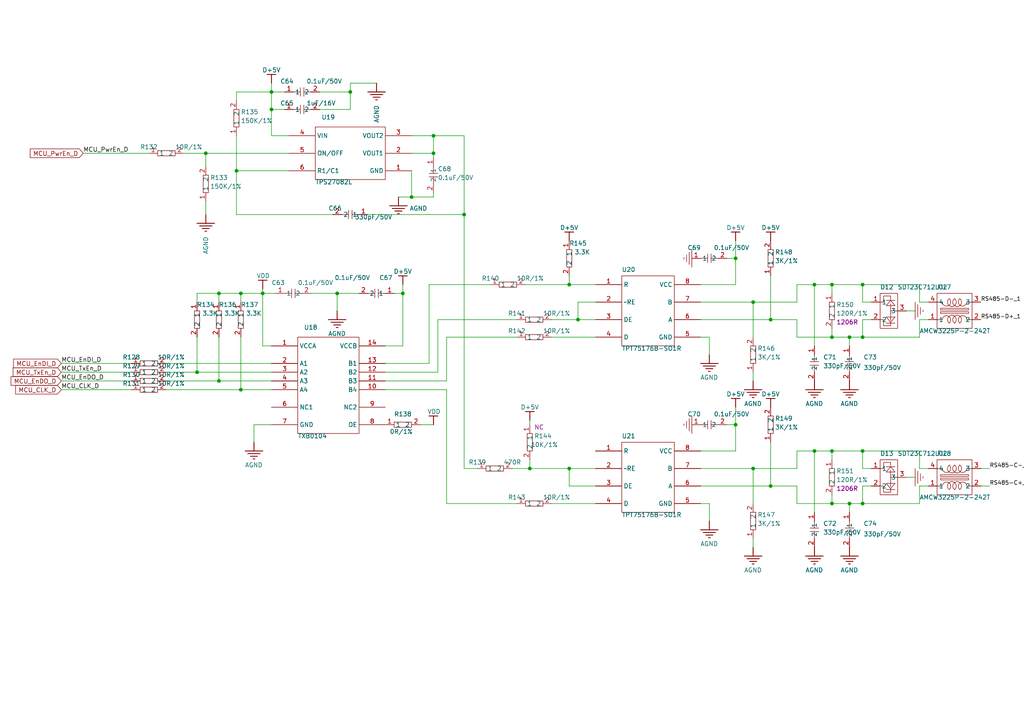
<source format=kicad_sch>
(kicad_sch (version 20231120) (generator "eeschema") (generator_version "8.0")
  (paper "A4")
  (junction (at 213.36 123.19))
  (junction (at 69.85 113.03))
  (junction (at 250.19 130.81))
  (junction (at 153.67 135.89))
  (junction (at 134.62 62.23))
  (junction (at 78.74 31.75))
  (junction (at 59.69 44.45))
  (junction (at 223.52 92.71))
  (junction (at 57.15 107.95))
  (junction (at 213.36 74.93))
  (junction (at 250.19 97.79))
  (junction (at 63.5 110.49))
  (junction (at 246.38 97.79))
  (junction (at 218.44 135.89))
  (junction (at 69.85 85.09))
  (junction (at 125.73 39.37))
  (junction (at 116.84 85.09))
  (junction (at 119.38 57.15))
  (junction (at 76.2 85.09))
  (junction (at 241.3 146.05))
  (junction (at 236.22 130.81))
  (junction (at 223.52 140.97))
  (junction (at 241.3 97.79))
  (junction (at 250.19 146.05))
  (junction (at 246.38 146.05))
  (junction (at 63.5 85.09))
  (junction (at 250.19 82.55))
  (junction (at 236.22 82.55))
  (junction (at 97.79 85.09))
  (junction (at 241.3 130.81))
  (junction (at 165.1 82.55))
  (junction (at 68.58 49.53))
  (junction (at 218.44 87.63))
  (junction (at 78.74 26.67))
  (junction (at 165.1 135.89))
  (junction (at 241.3 82.55))
  (junction (at 167.64 92.71))
  (junction (at 101.6 26.67))
  (junction (at 125.73 44.45))
  (wire (pts (xy 210.82 123.19) (xy 213.36 123.19)))
  (wire (pts (xy 57.15 107.95) (xy 48.26 107.95)))
  (wire (pts (xy 266.7 97.79) (xy 266.7 92.71)))
  (wire (pts (xy 250.19 146.05) (xy 266.7 146.05)))
  (wire (pts (xy 241.3 97.79) (xy 246.38 97.79)))
  (wire (pts (xy 152.4 82.55) (xy 165.1 82.55)))
  (wire (pts (xy 241.3 130.81) (xy 236.22 130.81)))
  (wire (pts (xy 129.54 146.05) (xy 129.54 113.03)))
  (wire (pts (xy 246.38 97.79) (xy 250.19 97.79)))
  (wire (pts (xy 284.48 135.89) (xy 287.02 135.89)))
  (wire (pts (xy 119.38 39.37) (xy 125.73 39.37)))
  (wire (pts (xy 252.73 87.63) (xy 250.19 87.63)))
  (wire (pts (xy 265.43 90.17) (xy 262.89 90.17)))
  (wire (pts (xy 104.14 85.09) (xy 97.79 85.09)))
  (wire (pts (xy 101.6 24.13) (xy 109.22 24.13)))
  (wire (pts (xy 160.02 97.79) (xy 172.72 97.79)))
  (wire (pts (xy 76.2 85.09) (xy 69.85 85.09)))
  (wire (pts (xy 241.3 97.79) (xy 231.14 97.79)))
  (wire (pts (xy 218.44 158.75) (xy 218.44 156.21)))
  (wire (pts (xy 76.2 85.09) (xy 76.2 83.82)))
  (wire (pts (xy 48.26 105.41) (xy 78.74 105.41)))
  (wire (pts (xy 213.36 82.55) (xy 203.2 82.55)))
  (wire (pts (xy 231.14 140.97) (xy 223.52 140.97)))
  (wire (pts (xy 167.64 92.71) (xy 167.64 87.63)))
  (wire (pts (xy 138.43 135.89) (xy 134.62 135.89)))
  (wire (pts (xy 241.3 82.55) (xy 241.3 85.09)))
  (wire (pts (xy 213.36 123.19) (xy 213.36 118.11)))
  (wire (pts (xy 125.73 44.45) (xy 125.73 45.72)))
  (wire (pts (xy 78.74 113.03) (xy 69.85 113.03)))
  (wire (pts (xy 236.22 82.55) (xy 236.22 100.33)))
  (wire (pts (xy 57.15 107.95) (xy 57.15 97.79)))
  (wire (pts (xy 17.78 110.49) (xy 38.1 110.49)))
  (wire (pts (xy 57.15 85.09) (xy 57.15 87.63)))
  (wire (pts (xy 231.14 87.63) (xy 231.14 82.55)))
  (wire (pts (xy 149.86 146.05) (xy 129.54 146.05)))
  (wire (pts (xy 231.14 135.89) (xy 231.14 130.81)))
  (wire (pts (xy 97.79 85.09) (xy 90.17 85.09)))
  (wire (pts (xy 153.67 133.35) (xy 153.67 135.89)))
  (wire (pts (xy 203.2 135.89) (xy 218.44 135.89)))
  (wire (pts (xy 24.13 44.45) (xy 43.18 44.45)))
  (wire (pts (xy 172.72 140.97) (xy 165.1 140.97)))
  (wire (pts (xy 213.36 74.93) (xy 213.36 82.55)))
  (wire (pts (xy 241.3 143.51) (xy 241.3 146.05)))
  (wire (pts (xy 172.72 82.55) (xy 165.1 82.55)))
  (wire (pts (xy 203.2 92.71) (xy 223.52 92.71)))
  (wire (pts (xy 82.55 31.75) (xy 78.74 31.75)))
  (wire (pts (xy 223.52 92.71) (xy 223.52 80.01)))
  (wire (pts (xy 231.14 130.81) (xy 236.22 130.81)))
  (wire (pts (xy 73.66 123.19) (xy 73.66 128.27)))
  (wire (pts (xy 69.85 87.63) (xy 69.85 85.09)))
  (wire (pts (xy 78.74 123.19) (xy 73.66 123.19)))
  (wire (pts (xy 153.67 135.89) (xy 165.1 135.89)))
  (wire (pts (xy 266.7 135.89) (xy 266.7 130.81)))
  (wire (pts (xy 246.38 148.59) (xy 246.38 146.05)))
  (wire (pts (xy 134.62 39.37) (xy 134.62 62.23)))
  (wire (pts (xy 218.44 135.89) (xy 231.14 135.89)))
  (wire (pts (xy 284.48 140.97) (xy 287.02 140.97)))
  (wire (pts (xy 218.44 135.89) (xy 218.44 146.05)))
  (wire (pts (xy 101.6 24.13) (xy 101.6 26.67)))
  (wire (pts (xy 213.36 123.19) (xy 213.36 130.81)))
  (wire (pts (xy 250.19 130.81) (xy 241.3 130.81)))
  (wire (pts (xy 97.79 90.17) (xy 97.79 85.09)))
  (wire (pts (xy 172.72 92.71) (xy 167.64 92.71)))
  (wire (pts (xy 96.52 62.23) (xy 68.58 62.23)))
  (wire (pts (xy 205.74 151.13) (xy 205.74 146.05)))
  (wire (pts (xy 76.2 100.33) (xy 76.2 85.09)))
  (wire (pts (xy 82.55 26.67) (xy 78.74 26.67)))
  (wire (pts (xy 59.69 44.45) (xy 83.82 44.45)))
  (wire (pts (xy 167.64 87.63) (xy 172.72 87.63)))
  (wire (pts (xy 269.24 87.63) (xy 266.7 87.63)))
  (wire (pts (xy 124.46 82.55) (xy 124.46 105.41)))
  (wire (pts (xy 266.7 82.55) (xy 250.19 82.55)))
  (wire (pts (xy 116.84 100.33) (xy 116.84 85.09)))
  (wire (pts (xy 266.7 130.81) (xy 250.19 130.81)))
  (wire (pts (xy 59.69 62.23) (xy 59.69 58.42)))
  (wire (pts (xy 127 92.71) (xy 127 107.95)))
  (wire (pts (xy 250.19 87.63) (xy 250.19 82.55)))
  (wire (pts (xy 218.44 97.79) (xy 218.44 87.63)))
  (wire (pts (xy 241.3 146.05) (xy 246.38 146.05)))
  (wire (pts (xy 78.74 26.67) (xy 78.74 24.13)))
  (wire (pts (xy 68.58 26.67) (xy 68.58 29.21)))
  (wire (pts (xy 250.19 140.97) (xy 250.19 146.05)))
  (wire (pts (xy 246.38 100.33) (xy 246.38 97.79)))
  (wire (pts (xy 165.1 135.89) (xy 172.72 135.89)))
  (wire (pts (xy 223.52 140.97) (xy 223.52 128.27)))
  (wire (pts (xy 129.54 97.79) (xy 129.54 110.49)))
  (wire (pts (xy 124.46 105.41) (xy 111.76 105.41)))
  (wire (pts (xy 250.19 97.79) (xy 266.7 97.79)))
  (wire (pts (xy 165.1 82.55) (xy 165.1 80.01)))
  (wire (pts (xy 134.62 135.89) (xy 134.62 62.23)))
  (wire (pts (xy 17.78 113.03) (xy 38.1 113.03)))
  (wire (pts (xy 119.38 57.15) (xy 125.73 57.15)))
  (wire (pts (xy 231.14 97.79) (xy 231.14 92.71)))
  (wire (pts (xy 269.24 135.89) (xy 266.7 135.89)))
  (wire (pts (xy 160.02 146.05) (xy 172.72 146.05)))
  (wire (pts (xy 83.82 49.53) (xy 68.58 49.53)))
  (wire (pts (xy 236.22 130.81) (xy 236.22 148.59)))
  (wire (pts (xy 92.71 31.75) (xy 101.6 31.75)))
  (wire (pts (xy 80.01 85.09) (xy 76.2 85.09)))
  (wire (pts (xy 116.84 85.09) (xy 114.3 85.09)))
  (wire (pts (xy 129.54 110.49) (xy 111.76 110.49)))
  (wire (pts (xy 68.58 49.53) (xy 68.58 39.37)))
  (wire (pts (xy 17.78 107.95) (xy 38.1 107.95)))
  (wire (pts (xy 231.14 82.55) (xy 236.22 82.55)))
  (wire (pts (xy 252.73 140.97) (xy 250.19 140.97)))
  (wire (pts (xy 213.36 130.81) (xy 203.2 130.81)))
  (wire (pts (xy 125.73 57.15) (xy 125.73 55.88)))
  (wire (pts (xy 59.69 44.45) (xy 53.34 44.45)))
  (wire (pts (xy 250.19 82.55) (xy 241.3 82.55)))
  (wire (pts (xy 69.85 113.03) (xy 48.26 113.03)))
  (wire (pts (xy 127 107.95) (xy 111.76 107.95)))
  (wire (pts (xy 69.85 113.03) (xy 69.85 97.79)))
  (wire (pts (xy 125.73 123.19) (xy 121.92 123.19)))
  (wire (pts (xy 241.3 146.05) (xy 231.14 146.05)))
  (wire (pts (xy 265.43 138.43) (xy 262.89 138.43)))
  (wire (pts (xy 78.74 107.95) (xy 57.15 107.95)))
  (wire (pts (xy 69.85 85.09) (xy 63.5 85.09)))
  (wire (pts (xy 101.6 31.75) (xy 101.6 26.67)))
  (wire (pts (xy 63.5 110.49) (xy 63.5 97.79)))
  (wire (pts (xy 101.6 26.67) (xy 92.71 26.67)))
  (wire (pts (xy 250.19 92.71) (xy 250.19 97.79)))
  (wire (pts (xy 78.74 31.75) (xy 78.74 26.67)))
  (wire (pts (xy 205.74 146.05) (xy 203.2 146.05)))
  (wire (pts (xy 250.19 135.89) (xy 250.19 130.81)))
  (wire (pts (xy 78.74 110.49) (xy 63.5 110.49)))
  (wire (pts (xy 149.86 97.79) (xy 129.54 97.79)))
  (wire (pts (xy 203.2 140.97) (xy 223.52 140.97)))
  (wire (pts (xy 68.58 62.23) (xy 68.58 49.53)))
  (wire (pts (xy 119.38 49.53) (xy 119.38 57.15)))
  (wire (pts (xy 252.73 92.71) (xy 250.19 92.71)))
  (wire (pts (xy 266.7 92.71) (xy 269.24 92.71)))
  (wire (pts (xy 149.86 92.71) (xy 127 92.71)))
  (wire (pts (xy 134.62 62.23) (xy 106.68 62.23)))
  (wire (pts (xy 142.24 82.55) (xy 124.46 82.55)))
  (wire (pts (xy 83.82 39.37) (xy 78.74 39.37)))
  (wire (pts (xy 241.3 95.25) (xy 241.3 97.79)))
  (wire (pts (xy 241.3 82.55) (xy 236.22 82.55)))
  (wire (pts (xy 78.74 39.37) (xy 78.74 31.75)))
  (wire (pts (xy 210.82 74.93) (xy 213.36 74.93)))
  (wire (pts (xy 125.73 44.45) (xy 119.38 44.45)))
  (wire (pts (xy 63.5 85.09) (xy 57.15 85.09)))
  (wire (pts (xy 111.76 100.33) (xy 116.84 100.33)))
  (wire (pts (xy 246.38 146.05) (xy 250.19 146.05)))
  (wire (pts (xy 218.44 87.63) (xy 203.2 87.63)))
  (wire (pts (xy 125.73 39.37) (xy 134.62 39.37)))
  (wire (pts (xy 17.78 105.41) (xy 38.1 105.41)))
  (wire (pts (xy 252.73 135.89) (xy 250.19 135.89)))
  (wire (pts (xy 125.73 39.37) (xy 125.73 44.45)))
  (wire (pts (xy 231.14 92.71) (xy 223.52 92.71)))
  (wire (pts (xy 218.44 110.49) (xy 218.44 107.95)))
  (wire (pts (xy 59.69 48.26) (xy 59.69 44.45)))
  (wire (pts (xy 63.5 110.49) (xy 48.26 110.49)))
  (wire (pts (xy 78.74 26.67) (xy 68.58 26.67)))
  (wire (pts (xy 218.44 87.63) (xy 231.14 87.63)))
  (wire (pts (xy 205.74 97.79) (xy 203.2 97.79)))
  (wire (pts (xy 231.14 146.05) (xy 231.14 140.97)))
  (wire (pts (xy 63.5 87.63) (xy 63.5 85.09)))
  (wire (pts (xy 165.1 140.97) (xy 165.1 135.89)))
  (wire (pts (xy 266.7 140.97) (xy 269.24 140.97)))
  (wire (pts (xy 160.02 92.71) (xy 167.64 92.71)))
  (wire (pts (xy 153.67 121.92) (xy 153.67 123.19)))
  (wire (pts (xy 266.7 146.05) (xy 266.7 140.97)))
  (wire (pts (xy 78.74 100.33) (xy 76.2 100.33)))
  (wire (pts (xy 213.36 74.93) (xy 213.36 69.85)))
  (wire (pts (xy 266.7 87.63) (xy 266.7 82.55)))
  (wire (pts (xy 241.3 130.81) (xy 241.3 133.35)))
  (wire (pts (xy 115.57 57.15) (xy 119.38 57.15)))
  (wire (pts (xy 116.84 82.55) (xy 116.84 85.09)))
  (wire (pts (xy 153.67 135.89) (xy 148.59 135.89)))
  (wire (pts (xy 129.54 113.03) (xy 111.76 113.03)))
  (wire (pts (xy 205.74 102.87) (xy 205.74 97.79)))
  (label "RS485-C-_1" (at 287.02 135.89 0) (effects (font (size 1.143 1.143))))
  (label "MCU_EnDI_D" (at 17.78 105.41 0))
  (label "RS485-C+_1" (at 287.02 140.97 0) (effects (font (size 1.143 1.143))))
  (label "MCU_PwrEn_D" (at 24.13 44.45 0))
  (label "MCU_CLK_D" (at 17.78 113.03 0))
  (label "MCU_EnDO_D" (at 17.78 110.49 0))
  (label "RS485-D-_1" (at 284.48 87.63 0) (effects (font (size 1.143 1.143))))
  (label "RS485-D+_1" (at 284.48 92.71 0) (effects (font (size 1.143 1.143))))
  (label "MCU_TxEn_D" (at 17.78 107.95 0))
  (global_label "MCU_EnDO_D" (shape input) (at 17.78 110.49 180) (property "Intersheetrefs" "${INTERSHEET_REFS}" (effects (hide yes))))
  (global_label "MCU_PwrEn_D" (shape input) (at 24.13 44.45 180) (property "Intersheetrefs" "${INTERSHEET_REFS}" (effects (hide yes))))
  (global_label "MCU_EnDI_D" (shape input) (at 17.78 105.41 180) (property "Intersheetrefs" "${INTERSHEET_REFS}" (effects (hide yes))))
  (global_label "MCU_TxEn_D" (shape input) (at 17.78 107.95 180) (property "Intersheetrefs" "${INTERSHEET_REFS}" (effects (hide yes))))
  (global_label "MCU_CLK_D" (shape input) (at 17.78 113.03 180) (property "Intersheetrefs" "${INTERSHEET_REFS}" (effects (hide yes))))
  (symbol (lib_id "ProPrj_bte-easyedapro:RES") (at 40.64 107.95 0) (unit 1)
    (property "Reference" "R130" (at 35.56 107.95 0) (effects (justify left top)))
    (property "Value" "10R/1%" (at 45.72 107.95 0) (effects (justify left top)))
    (property "Footprint" "ProPrj_bte-easyedapro:" (effects (hide yes)))
    (property "Automotive" "非车规" (effects (hide yes)))
    (property "Datasheet Link" "\\\\10.192.7.10\\Dianqu-CIS\\DATASHEET-New\\电阻\\YAGEO_RC_规格书.pdf" (effects (hide yes)))
    (property "EBOM Description" "电阻-10R-±1%-1/10W-(-55~155℃)-0603" (effects (hide yes)))
    (property "Height" "0.55" (effects (hide yes)))
    (property "ID" "269" (effects (hide yes)))
    (property "Implementation Type" "<none>" (effects (hide yes)))
    (property "New Part Number" "3.2.03.01.00274" (effects (hide yes)))
    (property "Origin Footprint" "0603R" (effects (hide yes)))
    (property "PCB Footprint" "0603R" (effects (hide yes)))
    (property "Part State" "已认定" (effects (hide yes)))
    (property "Part Type" "普通电阻" (effects (hide yes)))
    (property "Power Pins Visible" "False" (effects (hide yes)))
    (property "Primitive" "DEFAULT" (effects (hide yes)))
    (property "Source Package" "RES" (effects (hide yes)))
    (property "priority" "H" (effects (hide yes)))
    (property "purpose" "通用" (effects (hide yes)))
    (property "制造商名称" "MC000003_国巨（YAGEO）" (effects (hide yes)))
  )
  (symbol (lib_id "ProPrj_bte-easyedapro:Diode-BAW56-SOT23") (at 260.35 85.09 270) (unit 1)
    (property "Reference" "D12" (at 255.27 82.55 90) (effects (justify left top)))
    (property "Value" "SDT23C712L02" (at 260.35 82.55 90) (effects (justify left top)))
    (property "Footprint" "ProPrj_bte-easyedapro:" (effects (hide yes)))
    (property "Implementation Type" "<none>" (effects (hide yes)))
    (property "New Part Number" "3.2.13.08.00117" (effects (hide yes)))
    (property "Origin Footprint" "sot23" (effects (hide yes)))
    (property "PCB Footprint" "sot23" (effects (hide yes)))
    (property "Power Pins Visible" "False" (effects (hide yes)))
    (property "Primitive" "DEFAULT" (effects (hide yes)))
    (property "Source Package" "Diode-BAW56-SOT23" (effects (hide yes)))
  )
  (symbol (lib_id "ProPrj_bte-easyedapro:RES") (at 220.98 77.47 90) (unit 1)
    (property "Reference" "R148" (at 224.79 72.39 90) (effects (justify right bottom)))
    (property "Value" "3K/1%" (at 224.79 74.93 90) (effects (justify right bottom)))
    (property "Footprint" "ProPrj_bte-easyedapro:" (effects (hide yes)))
    (property "Automotive" "AEC-Q200" (effects (hide yes)))
    (property "Datasheet Link" "\\\\10.192.7.10\\Dianqu-CIS\\DATASHEET-New\\电阻\\YAGEO_AC_规格书.pdf" (effects (hide yes)))
    (property "EBOM Description" "电阻-3K-±1%-1/10W-(-55~155℃)-车规-0603" (effects (hide yes)))
    (property "Height" "0.55" (effects (hide yes)))
    (property "ID" "465" (effects (hide yes)))
    (property "Implementation Type" "<none>" (effects (hide yes)))
    (property "New Part Number" "3.2.03.01.00477" (effects (hide yes)))
    (property "Origin Footprint" "0603R" (effects (hide yes)))
    (property "PCB Footprint" "0603R" (effects (hide yes)))
    (property "Part State" "未认定" (effects (hide yes)))
    (property "Part Type" "普通电阻" (effects (hide yes)))
    (property "Power Pins Visible" "False" (effects (hide yes)))
    (property "Primitive" "DEFAULT" (effects (hide yes)))
    (property "Source Package" "RES" (effects (hide yes)))
    (property "priority" "H" (effects (hide yes)))
    (property "purpose" "通用" (effects (hide yes)))
    (property "制造商名称" "MC000003_国巨（YAGEO）" (effects (hide yes)))
  )
  (symbol (lib_id "ProPrj_bte-easyedapro:CAP") (at 238.76 107.95 180) (unit 1)
    (property "Reference" "C71" (at 238.76 102.87 0) (effects (justify right bottom)))
    (property "Value" "330pF/50V" (at 238.76 105.41 0) (effects (justify right bottom)))
    (property "Footprint" "ProPrj_bte-easyedapro:" (effects (hide yes)))
    (property "Automotive" "AEC-Q200" (effects (hide yes)))
    (property "Datasheet Link" "\\\\10.192.7.10\\Dianqu-CIS\\DATASHEET-New\\电容\\KEMET_MLCC_规格书.PDF" (effects (hide yes)))
    (property "EBOM Description" "瓷片电容-330pF-±10%-50V-X7R-(-55~125℃)-车规-0603" (effects (hide yes)))
    (property "Height" "0.87" (effects (hide yes)))
    (property "ID" "146" (effects (hide yes)))
    (property "Implementation Type" "<none>" (effects (hide yes)))
    (property "New Part Number" "3.2.04.05.00143" (effects (hide yes)))
    (property "Origin Footprint" "0603C" (effects (hide yes)))
    (property "PCB Footprint" "0603C" (effects (hide yes)))
    (property "Part State" "已认定" (effects (hide yes)))
    (property "Part Type" "瓷片电容" (effects (hide yes)))
    (property "Power Pins Visible" "False" (effects (hide yes)))
    (property "Primitive" "DEFAULT" (effects (hide yes)))
    (property "Source Package" "CAP" (effects (hide yes)))
    (property "priority" "L" (effects (hide yes)))
    (property "purpose" "通用" (effects (hide yes)))
    (property "制造商名称" "MC000042_基美（KEMET）" (effects (hide yes)))
  )
  (symbol (lib_id "ProPrj_bte-easyedapro:RES") (at 72.39 90.17 270) (unit 1)
    (property "Reference" "R137" (at 69.85 87.63 90) (effects (justify left top)))
    (property "Value" "3.3K" (at 71.374 90.17 90) (effects (justify left top)))
    (property "Footprint" "ProPrj_bte-easyedapro:" (effects (hide yes)))
    (property "Automotive" "AEC-Q200" (effects (hide yes)))
    (property "Datasheet Link" "\\\\10.192.7.10\\Dianqu-CIS\\DATASHEET-New\\电阻\\YAGEO_AC_规格书.pdf" (effects (hide yes)))
    (property "EBOM Description" "电阻-3.3K-±5%-1/10W-(-55~155℃)-车规-0603" (effects (hide yes)))
    (property "Height" "0.55" (effects (hide yes)))
    (property "ID" "397" (effects (hide yes)))
    (property "Implementation Type" "<none>" (effects (hide yes)))
    (property "New Part Number" "3.2.03.01.00406" (effects (hide yes)))
    (property "Origin Footprint" "0603R" (effects (hide yes)))
    (property "PCB Footprint" "0603R" (effects (hide yes)))
    (property "Part State" "已认定" (effects (hide yes)))
    (property "Part Type" "普通电阻" (effects (hide yes)))
    (property "Power Pins Visible" "False" (effects (hide yes)))
    (property "Primitive" "DEFAULT" (effects (hide yes)))
    (property "Source Package" "RES" (effects (hide yes)))
    (property "priority" "H" (effects (hide yes)))
    (property "purpose" "通用" (effects (hide yes)))
    (property "制造商名称" "MC000003_国巨（YAGEO）" (effects (hide yes)))
  )
  (symbol (lib_id "ProPrj_bte-easyedapro:RES") (at 66.04 36.83 90) (unit 1)
    (property "Reference" "R135" (at 69.85 31.75 90) (effects (justify right bottom)))
    (property "Value" "150K/1%" (at 69.85 34.29 90) (effects (justify right bottom)))
    (property "Footprint" "ProPrj_bte-easyedapro:" (effects (hide yes)))
    (property "Automotive" "AEC-Q200" (effects (hide yes)))
    (property "Datasheet Link" "\\\\10.192.7.10\\Dianqu-CIS\\DATASHEET-New\\电阻\\YAGEO_AC_规格书.pdf" (effects (hide yes)))
    (property "EBOM Description" "电阻-150k-±1%-1/10W-(-55~155℃)-车规-0603" (effects (hide yes)))
    (property "Height" "0.55" (effects (hide yes)))
    (property "ID" "349" (effects (hide yes)))
    (property "Implementation Type" "<none>" (effects (hide yes)))
    (property "New Part Number" "3.2.03.01.00356" (effects (hide yes)))
    (property "Origin Footprint" "0603R" (effects (hide yes)))
    (property "PCB Footprint" "0603R" (effects (hide yes)))
    (property "Part State" "已认定" (effects (hide yes)))
    (property "Part Type" "普通电阻" (effects (hide yes)))
    (property "Power Pins Visible" "False" (effects (hide yes)))
    (property "Primitive" "DEFAULT" (effects (hide yes)))
    (property "Source Package" "RES" (effects (hide yes)))
    (property "priority" "H" (effects (hide yes)))
    (property "purpose" "通用" (effects (hide yes)))
    (property "制造商名称" "MC000003_国巨（YAGEO）" (effects (hide yes)))
  )
  (symbol (lib_id "sheet1-altium-import:AGND") (at 246.38 110.49 0) (unit 1)
    (property "Reference" "#PWR0272" (effects (hide yes)))
    (property "Value" "AGND" (at 248.92 117.094 0) (effects (justify right)))
  )
  (symbol (lib_id "sheet1-altium-import:AGND") (at 73.66 128.27 0) (unit 1)
    (property "Reference" "#PWR0237" (effects (hide yes)))
    (property "Value" "AGND" (at 76.2 134.874 0) (effects (justify right)))
  )
  (symbol (lib_id "ProPrj_bte-easyedapro:CAP") (at 238.76 156.21 180) (unit 1)
    (property "Reference" "C72" (at 238.76 151.13 0) (effects (justify right bottom)))
    (property "Value" "330pF/50V" (at 238.76 153.67 0) (effects (justify right bottom)))
    (property "Footprint" "ProPrj_bte-easyedapro:" (effects (hide yes)))
    (property "Automotive" "AEC-Q200" (effects (hide yes)))
    (property "Datasheet Link" "\\\\10.192.7.10\\Dianqu-CIS\\DATASHEET-New\\电容\\KEMET_MLCC_规格书.PDF" (effects (hide yes)))
    (property "EBOM Description" "瓷片电容-330pF-±10%-50V-X7R-(-55~125℃)-车规-0603" (effects (hide yes)))
    (property "Height" "0.87" (effects (hide yes)))
    (property "ID" "146" (effects (hide yes)))
    (property "Implementation Type" "<none>" (effects (hide yes)))
    (property "New Part Number" "3.2.04.05.00143" (effects (hide yes)))
    (property "Origin Footprint" "0603C" (effects (hide yes)))
    (property "PCB Footprint" "0603C" (effects (hide yes)))
    (property "Part State" "已认定" (effects (hide yes)))
    (property "Part Type" "瓷片电容" (effects (hide yes)))
    (property "Power Pins Visible" "False" (effects (hide yes)))
    (property "Primitive" "DEFAULT" (effects (hide yes)))
    (property "Source Package" "CAP" (effects (hide yes)))
    (property "priority" "L" (effects (hide yes)))
    (property "purpose" "通用" (effects (hide yes)))
    (property "制造商名称" "MC000042_基美（KEMET）" (effects (hide yes)))
  )
  (symbol (lib_id "ProPrj_bte-easyedapro:RES") (at 40.64 105.41 0) (unit 1)
    (property "Reference" "R129" (at 35.56 105.41 0) (effects (justify left top)))
    (property "Value" "10R/1%" (at 45.72 105.41 0) (effects (justify left top)))
    (property "Footprint" "ProPrj_bte-easyedapro:" (effects (hide yes)))
    (property "Automotive" "非车规" (effects (hide yes)))
    (property "Datasheet Link" "\\\\10.192.7.10\\Dianqu-CIS\\DATASHEET-New\\电阻\\YAGEO_RC_规格书.pdf" (effects (hide yes)))
    (property "EBOM Description" "电阻-10R-±1%-1/10W-(-55~155℃)-0603" (effects (hide yes)))
    (property "Height" "0.55" (effects (hide yes)))
    (property "ID" "269" (effects (hide yes)))
    (property "Implementation Type" "<none>" (effects (hide yes)))
    (property "New Part Number" "3.2.03.01.00274" (effects (hide yes)))
    (property "Origin Footprint" "0603R" (effects (hide yes)))
    (property "PCB Footprint" "0603R" (effects (hide yes)))
    (property "Part State" "已认定" (effects (hide yes)))
    (property "Part Type" "普通电阻" (effects (hide yes)))
    (property "Power Pins Visible" "False" (effects (hide yes)))
    (property "Primitive" "DEFAULT" (effects (hide yes)))
    (property "Source Package" "RES" (effects (hide yes)))
    (property "priority" "H" (effects (hide yes)))
    (property "purpose" "通用" (effects (hide yes)))
    (property "制造商名称" "MC000003_国巨（YAGEO）" (effects (hide yes)))
  )
  (symbol (lib_id "ProPrj_bte-easyedapro:CAP") (at 90.17 24.13 270) (unit 1)
    (property "Reference" "C64" (at 81.28 22.86 90) (effects (justify left top)))
    (property "Value" "0.1uF/50V" (at 88.9 22.86 90) (effects (justify left top)))
    (property "Footprint" "ProPrj_bte-easyedapro:" (effects (hide yes)))
    (property "Automotive" "AEC-Q200" (effects (hide yes)))
    (property "Datasheet Link" "\\\\10.192.7.10\\Dianqu-CIS\\DATASHEET-New\\电容\\KEMET_MLCC_规格书.PDF" (effects (hide yes)))
    (property "EBOM Description" "瓷片电容-0.1uF-±10%-50V-X7R-(-55~125℃)-车规-0603" (effects (hide yes)))
    (property "Height" "0.87" (effects (hide yes)))
    (property "ID" "135" (effects (hide yes)))
    (property "Implementation Type" "<none>" (effects (hide yes)))
    (property "New Part Number" "3.2.04.05.00132" (effects (hide yes)))
    (property "Origin Footprint" "0603C" (effects (hide yes)))
    (property "PCB Footprint" "0603C" (effects (hide yes)))
    (property "Part State" "已认定" (effects (hide yes)))
    (property "Part Type" "瓷片电容" (effects (hide yes)))
    (property "Power Pins Visible" "False" (effects (hide yes)))
    (property "Primitive" "DEFAULT" (effects (hide yes)))
    (property "Source Package" "CAP" (effects (hide yes)))
    (property "priority" "H" (effects (hide yes)))
    (property "purpose" "通用" (effects (hide yes)))
    (property "制造商名称" "MC000042_基美（KEMET）" (effects (hide yes)))
  )
  (symbol (lib_id "ProPrj_bte-easyedapro:RES") (at 114.3 120.65 0) (unit 1)
    (property "Reference" "R138" (at 114.3 119.38 0) (effects (justify left top)))
    (property "Value" "0R/1%" (at 113.03 124.46 0) (effects (justify left top)))
    (property "Footprint" "ProPrj_bte-easyedapro:" (effects (hide yes)))
    (property "Automotive" "AEC-Q200" (effects (hide yes)))
    (property "Datasheet Link" "\\\\10.192.7.10\\Dianqu-CIS\\DATASHEET-New\\电阻\\YAGEO_AC_规格书.pdf" (effects (hide yes)))
    (property "EBOM Description" "电阻-0R-±1%-1/10W-(-55~155℃)-车规-0603" (effects (hide yes)))
    (property "Height" "0.55" (effects (hide yes)))
    (property "ID" "245" (effects (hide yes)))
    (property "Implementation Type" "<none>" (effects (hide yes)))
    (property "New Part Number" "3.2.03.01.00250" (effects (hide yes)))
    (property "Origin Footprint" "0603R" (effects (hide yes)))
    (property "PCB Footprint" "0603R" (effects (hide yes)))
    (property "Part State" "已认定" (effects (hide yes)))
    (property "Part Type" "普通电阻" (effects (hide yes)))
    (property "Power Pins Visible" "False" (effects (hide yes)))
    (property "Primitive" "DEFAULT" (effects (hide yes)))
    (property "Source Package" "RES" (effects (hide yes)))
    (property "priority" "H" (effects (hide yes)))
    (property "purpose" "通用" (effects (hide yes)))
    (property "制造商名称" "MC000003_国巨（YAGEO）" (effects (hide yes)))
  )
  (symbol (lib_id "ProPrj_bte-easyedapro:RES") (at 140.97 133.35 0) (unit 1)
    (property "Reference" "R139" (at 135.89 133.35 0) (effects (justify left top)))
    (property "Value" "470R" (at 146.05 133.35 0) (effects (justify left top)))
    (property "Footprint" "ProPrj_bte-easyedapro:" (effects (hide yes)))
    (property "Automotive" "AEC-Q200" (effects (hide yes)))
    (property "Datasheet Link" "\\\\10.192.7.10\\Dianqu-CIS\\DATASHEET-New\\电阻\\YAGEO_AC_规格书.pdf" (effects (hide yes)))
    (property "EBOM Description" "电阻-470R-±5%-1/10W-(-55~155℃)-车规-0603" (effects (hide yes)))
    (property "Height" "0.55" (effects (hide yes)))
    (property "ID" "398" (effects (hide yes)))
    (property "Implementation Type" "<none>" (effects (hide yes)))
    (property "New Part Number" "3.2.03.01.00407" (effects (hide yes)))
    (property "Origin Footprint" "0603R" (effects (hide yes)))
    (property "PCB Footprint" "0603R" (effects (hide yes)))
    (property "Part State" "已认定" (effects (hide yes)))
    (property "Part Type" "普通电阻" (effects (hide yes)))
    (property "Power Pins Visible" "False" (effects (hide yes)))
    (property "Primitive" "DEFAULT" (effects (hide yes)))
    (property "Source Package" "RES" (effects (hide yes)))
    (property "priority" "H" (effects (hide yes)))
    (property "purpose" "通用" (effects (hide yes)))
    (property "制造商名称" "MC000003_国巨（YAGEO）" (effects (hide yes)))
  )
  (symbol (lib_id "ProPrj_bte-easyedapro:GND") (at 265.43 90.17 90) (mirror x) (unit 1)
    (property "Reference" "#PWR0274" (effects (hide yes)))
    (property "Value" "GND" (effects (hide yes)))
    (property "Footprint" "ProPrj_bte-easyedapro:" (effects (hide yes)))
  )
  (symbol (lib_id "ProPrj_bte-easyedapro:RES") (at 220.98 125.73 90) (unit 1)
    (property "Reference" "R149" (at 224.79 120.65 90) (effects (justify right bottom)))
    (property "Value" "3K/1%" (at 224.79 123.19 90) (effects (justify right bottom)))
    (property "Footprint" "ProPrj_bte-easyedapro:" (effects (hide yes)))
    (property "Automotive" "AEC-Q200" (effects (hide yes)))
    (property "Datasheet Link" "\\\\10.192.7.10\\Dianqu-CIS\\DATASHEET-New\\电阻\\YAGEO_AC_规格书.pdf" (effects (hide yes)))
    (property "EBOM Description" "电阻-3K-±1%-1/10W-(-55~155℃)-车规-0603" (effects (hide yes)))
    (property "Height" "0.55" (effects (hide yes)))
    (property "ID" "465" (effects (hide yes)))
    (property "Implementation Type" "<none>" (effects (hide yes)))
    (property "New Part Number" "3.2.03.01.00477" (effects (hide yes)))
    (property "Origin Footprint" "0603R" (effects (hide yes)))
    (property "PCB Footprint" "0603R" (effects (hide yes)))
    (property "Part State" "未认定" (effects (hide yes)))
    (property "Part Type" "普通电阻" (effects (hide yes)))
    (property "Power Pins Visible" "False" (effects (hide yes)))
    (property "Primitive" "DEFAULT" (effects (hide yes)))
    (property "Source Package" "RES" (effects (hide yes)))
    (property "priority" "H" (effects (hide yes)))
    (property "purpose" "通用" (effects (hide yes)))
    (property "制造商名称" "MC000003_国巨（YAGEO）" (effects (hide yes)))
  )
  (symbol (lib_id "ProPrj_bte-easyedapro:RES") (at 243.84 87.63 270) (unit 1)
    (property "Reference" "R150" (at 242.57 87.63 90) (effects (justify left top)))
    (property "Value" "120R/1%" (at 242.57 90.17 90) (effects (justify left top)))
    (property "Footprint" "ProPrj_bte-easyedapro:" (effects (hide yes)))
    (property "Automotive" "AEC-Q200" (effects (hide yes)))
    (property "Height" "1" (effects (hide yes)))
    (property "Implementation Type" "<none>" (effects (hide yes)))
    (property "New Part Number" "3.2.03.01.00591" (effects (hide yes)))
    (property "Origin Footprint" "1206R" (at 242.57 92.71 90) (effects (justify left top)))
    (property "PCB Footprint" "1206R" (at 242.57 92.71 90) (effects (justify left top)))
    (property "Part State" "已认定" (effects (hide yes)))
    (property "Part Type" "普通电阻" (effects (hide yes)))
    (property "Power Pins Visible" "False" (effects (hide yes)))
    (property "Primitive" "DEFAULT" (effects (hide yes)))
    (property "Source Package" "RES" (effects (hide yes)))
    (property "priority" "L" (effects (hide yes)))
    (property "purpose" "通用" (effects (hide yes)))
    (property "制造商名称" "MC000003_国巨（YAGEO）" (effects (hide yes)))
  )
  (symbol (lib_id "sheet1-altium-import:D+5V") (at 223.52 118.11 180) (unit 1)
    (property "Reference" "#PWR0269" (effects (hide yes)))
    (property "Value" "D+5V" (at 223.52 114.3 0))
  )
  (symbol (lib_id "ProPrj_bte-easyedapro:RES") (at 45.72 41.91 0) (unit 1)
    (property "Reference" "R132" (at 40.64 41.91 0) (effects (justify left top)))
    (property "Value" "10R/1%" (at 50.8 41.91 0) (effects (justify left top)))
    (property "Footprint" "ProPrj_bte-easyedapro:" (effects (hide yes)))
    (property "Automotive" "非车规" (effects (hide yes)))
    (property "Datasheet Link" "\\\\10.192.7.10\\Dianqu-CIS\\DATASHEET-New\\电阻\\YAGEO_RC_规格书.pdf" (effects (hide yes)))
    (property "EBOM Description" "电阻-10R-±1%-1/10W-(-55~155℃)-0603" (effects (hide yes)))
    (property "Height" "0.55" (effects (hide yes)))
    (property "ID" "269" (effects (hide yes)))
    (property "Implementation Type" "<none>" (effects (hide yes)))
    (property "New Part Number" "3.2.03.01.00274" (effects (hide yes)))
    (property "Origin Footprint" "0603R" (effects (hide yes)))
    (property "PCB Footprint" "0603R" (effects (hide yes)))
    (property "Part State" "已认定" (effects (hide yes)))
    (property "Part Type" "普通电阻" (effects (hide yes)))
    (property "Power Pins Visible" "False" (effects (hide yes)))
    (property "Primitive" "DEFAULT" (effects (hide yes)))
    (property "Source Package" "RES" (effects (hide yes)))
    (property "priority" "H" (effects (hide yes)))
    (property "purpose" "通用" (effects (hide yes)))
    (property "制造商名称" "MC000003_国巨（YAGEO）" (effects (hide yes)))
  )
  (symbol (lib_id "ProPrj_bte-easyedapro:TPT75176B-SO1R") (at 180.34 128.27 0) (unit 1)
    (property "Reference" "U21" (at 180.34 125.73 0) (effects (justify left top)))
    (property "Value" "TPT75176B-SO1R" (at 180.34 148.59 0) (effects (justify left top)))
    (property "Footprint" "ProPrj_bte-easyedapro:" (effects (hide yes)))
    (property "Implementation Type" "<none>" (effects (hide yes)))
    (property "New Part Number" "3.2.18.09.00037" (effects (hide yes)))
    (property "Origin Footprint" "sop8-4_0-1_27" (effects (hide yes)))
    (property "PCB Footprint" "sop8-4_0-1_27" (effects (hide yes)))
    (property "Power Pins Visible" "False" (effects (hide yes)))
    (property "Primitive" "DEFAULT" (effects (hide yes)))
    (property "Source Package" "TPT75176B-SO1R" (effects (hide yes)))
  )
  (symbol (lib_id "ProPrj_bte-easyedapro:CAP") (at 128.27 53.34 180) (unit 1)
    (property "Reference" "C68" (at 127 48.26 0) (effects (justify right bottom)))
    (property "Value" "0.1uF/50V" (at 127 50.8 0) (effects (justify right bottom)))
    (property "Footprint" "ProPrj_bte-easyedapro:" (effects (hide yes)))
    (property "Automotive" "AEC-Q200" (effects (hide yes)))
    (property "Datasheet Link" "\\\\10.192.7.10\\Dianqu-CIS\\DATASHEET-New\\电容\\KEMET_MLCC_规格书.PDF" (effects (hide yes)))
    (property "EBOM Description" "瓷片电容-0.1uF-±10%-50V-X7R-(-55~125℃)-车规-0603" (effects (hide yes)))
    (property "Height" "0.87" (effects (hide yes)))
    (property "ID" "135" (effects (hide yes)))
    (property "Implementation Type" "<none>" (effects (hide yes)))
    (property "New Part Number" "3.2.04.05.00132" (effects (hide yes)))
    (property "Origin Footprint" "0603C" (effects (hide yes)))
    (property "PCB Footprint" "0603C" (effects (hide yes)))
    (property "Part State" "已认定" (effects (hide yes)))
    (property "Part Type" "瓷片电容" (effects (hide yes)))
    (property "Power Pins Visible" "False" (effects (hide yes)))
    (property "Primitive" "DEFAULT" (effects (hide yes)))
    (property "Source Package" "CAP" (effects (hide yes)))
    (property "priority" "H" (effects (hide yes)))
    (property "purpose" "通用" (effects (hide yes)))
    (property "制造商名称" "MC000042_基美（KEMET）" (effects (hide yes)))
  )
  (symbol (lib_id "ProPrj_bte-easyedapro:RES") (at 215.9 153.67 90) (unit 1)
    (property "Reference" "R147" (at 219.71 148.59 90) (effects (justify right bottom)))
    (property "Value" "3K/1%" (at 219.71 151.13 90) (effects (justify right bottom)))
    (property "Footprint" "ProPrj_bte-easyedapro:" (effects (hide yes)))
    (property "Automotive" "AEC-Q200" (effects (hide yes)))
    (property "Datasheet Link" "\\\\10.192.7.10\\Dianqu-CIS\\DATASHEET-New\\电阻\\YAGEO_AC_规格书.pdf" (effects (hide yes)))
    (property "EBOM Description" "电阻-3K-±1%-1/10W-(-55~155℃)-车规-0603" (effects (hide yes)))
    (property "Height" "0.55" (effects (hide yes)))
    (property "ID" "465" (effects (hide yes)))
    (property "Implementation Type" "<none>" (effects (hide yes)))
    (property "New Part Number" "3.2.03.01.00477" (effects (hide yes)))
    (property "Origin Footprint" "0603R" (effects (hide yes)))
    (property "PCB Footprint" "0603R" (effects (hide yes)))
    (property "Part State" "未认定" (effects (hide yes)))
    (property "Part Type" "普通电阻" (effects (hide yes)))
    (property "Power Pins Visible" "False" (effects (hide yes)))
    (property "Primitive" "DEFAULT" (effects (hide yes)))
    (property "Source Package" "RES" (effects (hide yes)))
    (property "priority" "H" (effects (hide yes)))
    (property "purpose" "通用" (effects (hide yes)))
    (property "制造商名称" "MC000003_国巨（YAGEO）" (effects (hide yes)))
  )
  (symbol (lib_id "ProPrj_bte-easyedapro:RES") (at 156.21 125.73 270) (unit 1)
    (property "Reference" "R144" (at 154.94 125.73 90) (effects (justify left top)))
    (property "Value" "10K/1%" (at 153.924 128.27 90) (effects (justify left top)))
    (property "Footprint" "ProPrj_bte-easyedapro:" (effects (hide yes)))
    (property "Assembly" "NC" (at 154.94 123.19 90) (effects (justify left top)))
    (property "Automotive" "AEC-Q200" (effects (hide yes)))
    (property "Datasheet Link" "\\\\10.30.16.21\\D-UserFiles\\Cadence-share\\CIS_LP\\DATASHEET-New\\电阻\\YAGEO_AC_规格书.pdf" (effects (hide yes)))
    (property "EBOM Description" "电阻-10K-±1%-1/10W-(-55~155℃)-车规-0603" (effects (hide yes)))
    (property "Height" "0.55" (effects (hide yes)))
    (property "Implementation Type" "<none>" (effects (hide yes)))
    (property "New Part Number" "3.2.03.01.00334" (effects (hide yes)))
    (property "Origin Footprint" "0603R" (effects (hide yes)))
    (property "PCB Footprint" "0603R" (effects (hide yes)))
    (property "Part State" "已认定" (effects (hide yes)))
    (property "Part Type" "普通电阻" (effects (hide yes)))
    (property "Power Pins Visible" "False" (effects (hide yes)))
    (property "Primitive" "DEFAULT" (effects (hide yes)))
    (property "Source Package" "RES" (effects (hide yes)))
    (property "priority" "H" (effects (hide yes)))
    (property "purpose" "通用" (effects (hide yes)))
    (property "制造商名称" "MC000003_国巨（YAGEO）" (effects (hide yes)))
  )
  (symbol (lib_id "sheet1-altium-import:AGND") (at 109.22 24.13 0) (unit 1)
    (property "Reference" "#PWR0241" (effects (hide yes)))
    (property "Value" "AGND" (at 109.22 30.48 90) (effects (justify right)))
  )
  (symbol (lib_id "ProPrj_bte-easyedapro:CAP") (at 208.28 72.39 270) (unit 1)
    (property "Reference" "C69" (at 199.39 71.12 90) (effects (justify left top)))
    (property "Value" "0.1uF/50V" (at 207.01 71.12 90) (effects (justify left top)))
    (property "Footprint" "ProPrj_bte-easyedapro:" (effects (hide yes)))
    (property "Automotive" "AEC-Q200" (effects (hide yes)))
    (property "Datasheet Link" "\\\\10.192.7.10\\Dianqu-CIS\\DATASHEET-New\\电容\\KEMET_MLCC_规格书.PDF" (effects (hide yes)))
    (property "EBOM Description" "瓷片电容-0.1uF-±10%-50V-X7R-(-55~125℃)-车规-0603" (effects (hide yes)))
    (property "Height" "0.87" (effects (hide yes)))
    (property "ID" "135" (effects (hide yes)))
    (property "Implementation Type" "<none>" (effects (hide yes)))
    (property "New Part Number" "3.2.04.05.00132" (effects (hide yes)))
    (property "Origin Footprint" "0603C" (effects (hide yes)))
    (property "PCB Footprint" "0603C" (effects (hide yes)))
    (property "Part State" "已认定" (effects (hide yes)))
    (property "Part Type" "瓷片电容" (effects (hide yes)))
    (property "Power Pins Visible" "False" (effects (hide yes)))
    (property "Primitive" "DEFAULT" (effects (hide yes)))
    (property "Source Package" "CAP" (effects (hide yes)))
    (property "priority" "H" (effects (hide yes)))
    (property "purpose" "通用" (effects (hide yes)))
    (property "制造商名称" "MC000042_基美（KEMET）" (effects (hide yes)))
  )
  (symbol (lib_id "ProPrj_bte-easyedapro:GND") (at 200.66 123.19 270) (mirror x) (unit 1)
    (property "Reference" "#PWR0248" (effects (hide yes)))
    (property "Value" "GND" (effects (hide yes)))
    (property "Footprint" "ProPrj_bte-easyedapro:" (effects (hide yes)))
  )
  (symbol (lib_id "sheet1-altium-import:AGND") (at 115.57 57.15 0) (unit 1)
    (property "Reference" "#PWR0242" (effects (hide yes)))
    (property "Value" "AGND" (at 123.952 60.452 0) (effects (justify right)))
  )
  (symbol (lib_id "ProPrj_bte-easyedapro:ComInductor-AMCW3225P-2-242T") (at 271.78 95.25 0) (mirror x) (unit 1)
    (property "Reference" "FIL7" (at 271.78 82.55 0) (effects (justify left bottom)))
    (property "Value" "AMCW3225P-2-242T" (at 266.7 95.25 0) (effects (justify left bottom)))
    (property "Footprint" "ProPrj_bte-easyedapro:" (effects (hide yes)))
    (property "Implementation Type" "<none>" (effects (hide yes)))
    (property "New Part Number" "3.2.06.05.00034" (effects (hide yes)))
    (property "Origin Footprint" "3225L" (effects (hide yes)))
    (property "PCB Footprint" "3225L" (effects (hide yes)))
    (property "Power Pins Visible" "False" (effects (hide yes)))
    (property "Primitive" "DEFAULT" (effects (hide yes)))
    (property "Source Package" "ComInductor-AMCW3225P-2-242T" (effects (hide yes)))
  )
  (symbol (lib_id "sheet1-altium-import:D+5V") (at 223.52 69.85 180) (unit 1)
    (property "Reference" "#PWR0268" (effects (hide yes)))
    (property "Value" "D+5V" (at 223.52 66.04 0))
  )
  (symbol (lib_id "ProPrj_bte-easyedapro:CAP") (at 90.17 29.21 270) (unit 1)
    (property "Reference" "C65" (at 81.28 29.21 90) (effects (justify left top)))
    (property "Value" "1uF/16V" (at 88.9 29.21 90) (effects (justify left top)))
    (property "Footprint" "ProPrj_bte-easyedapro:" (effects (hide yes)))
    (property "Automotive" "AEC-Q200" (effects (hide yes)))
    (property "Datasheet Link" "\\\\10.30.16.21\\D-UserFiles\\Cadence-share\\CIS_LP\\DATASHEET-New\\电容\\TDK_MLCC_规格书.pdf" (effects (hide yes)))
    (property "EBOM Description" "瓷片电容-1uF-±10%-16V-X7R-(-55~125℃)-车规-0603" (effects (hide yes)))
    (property "Height" "0.9" (effects (hide yes)))
    (property "Implementation Type" "<none>" (effects (hide yes)))
    (property "New Part Number" "3.2.04.05.00164" (effects (hide yes)))
    (property "Origin Footprint" "0603C" (effects (hide yes)))
    (property "PCB Footprint" "0603C" (effects (hide yes)))
    (property "Part State" "已认定" (effects (hide yes)))
    (property "Part Type" "瓷片电容" (effects (hide yes)))
    (property "Power Pins Visible" "False" (effects (hide yes)))
    (property "Primitive" "DEFAULT" (effects (hide yes)))
    (property "Source Package" "CAP" (effects (hide yes)))
    (property "priority" "L" (effects (hide yes)))
    (property "purpose" "通用" (effects (hide yes)))
    (property "制造商名称" "MC000032_东电化（TDK）" (effects (hide yes)))
  )
  (symbol (lib_id "ProPrj_bte-easyedapro:RES") (at 59.69 90.17 270) (unit 1)
    (property "Reference" "R134" (at 57.15 87.63 90) (effects (justify left top)))
    (property "Value" "3.3K" (at 58.674 90.17 90) (effects (justify left top)))
    (property "Footprint" "ProPrj_bte-easyedapro:" (effects (hide yes)))
    (property "Automotive" "AEC-Q200" (effects (hide yes)))
    (property "Datasheet Link" "\\\\10.192.7.10\\Dianqu-CIS\\DATASHEET-New\\电阻\\YAGEO_AC_规格书.pdf" (effects (hide yes)))
    (property "EBOM Description" "电阻-3.3K-±5%-1/10W-(-55~155℃)-车规-0603" (effects (hide yes)))
    (property "Height" "0.55" (effects (hide yes)))
    (property "ID" "397" (effects (hide yes)))
    (property "Implementation Type" "<none>" (effects (hide yes)))
    (property "New Part Number" "3.2.03.01.00406" (effects (hide yes)))
    (property "Origin Footprint" "0603R" (effects (hide yes)))
    (property "PCB Footprint" "0603R" (effects (hide yes)))
    (property "Part State" "已认定" (effects (hide yes)))
    (property "Part Type" "普通电阻" (effects (hide yes)))
    (property "Power Pins Visible" "False" (effects (hide yes)))
    (property "Primitive" "DEFAULT" (effects (hide yes)))
    (property "Source Package" "RES" (effects (hide yes)))
    (property "priority" "H" (effects (hide yes)))
    (property "purpose" "通用" (effects (hide yes)))
    (property "制造商名称" "MC000003_国巨（YAGEO）" (effects (hide yes)))
  )
  (symbol (lib_id "ProPrj_bte-easyedapro:GND") (at 200.66 74.93 270) (mirror x) (unit 1)
    (property "Reference" "#PWR0247" (effects (hide yes)))
    (property "Value" "GND" (effects (hide yes)))
    (property "Footprint" "ProPrj_bte-easyedapro:" (effects (hide yes)))
  )
  (symbol (lib_id "ProPrj_bte-easyedapro:CAP") (at 248.92 107.95 180) (unit 1)
    (property "Reference" "C73" (at 250.444 102.87 0) (effects (justify right bottom)))
    (property "Value" "330pF/50V" (at 250.444 105.918 0) (effects (justify right bottom)))
    (property "Footprint" "ProPrj_bte-easyedapro:" (effects (hide yes)))
    (property "Automotive" "AEC-Q200" (effects (hide yes)))
    (property "Datasheet Link" "\\\\10.192.7.10\\Dianqu-CIS\\DATASHEET-New\\电容\\KEMET_MLCC_规格书.PDF" (effects (hide yes)))
    (property "EBOM Description" "瓷片电容-330pF-±10%-50V-X7R-(-55~125℃)-车规-0603" (effects (hide yes)))
    (property "Height" "0.87" (effects (hide yes)))
    (property "ID" "146" (effects (hide yes)))
    (property "Implementation Type" "<none>" (effects (hide yes)))
    (property "New Part Number" "3.2.04.05.00143" (effects (hide yes)))
    (property "Origin Footprint" "0603C" (effects (hide yes)))
    (property "PCB Footprint" "0603C" (effects (hide yes)))
    (property "Part State" "已认定" (effects (hide yes)))
    (property "Part Type" "瓷片电容" (effects (hide yes)))
    (property "Power Pins Visible" "False" (effects (hide yes)))
    (property "Primitive" "DEFAULT" (effects (hide yes)))
    (property "Source Package" "CAP" (effects (hide yes)))
    (property "priority" "L" (effects (hide yes)))
    (property "purpose" "通用" (effects (hide yes)))
    (property "制造商名称" "MC000042_基美（KEMET）" (effects (hide yes)))
  )
  (symbol (lib_id "sheet1-altium-import:AGND") (at 205.74 102.87 0) (unit 1)
    (property "Reference" "#PWR0249" (effects (hide yes)))
    (property "Value" "AGND" (at 208.28 109.474 0) (effects (justify right)))
  )
  (symbol (lib_id "ProPrj_bte-easyedapro:RES") (at 152.4 143.51 0) (unit 1)
    (property "Reference" "R143" (at 147.32 143.51 0) (effects (justify left top)))
    (property "Value" "10R/1%" (at 157.48 143.51 0) (effects (justify left top)))
    (property "Footprint" "ProPrj_bte-easyedapro:" (effects (hide yes)))
    (property "Automotive" "非车规" (effects (hide yes)))
    (property "Datasheet Link" "\\\\10.192.7.10\\Dianqu-CIS\\DATASHEET-New\\电阻\\YAGEO_RC_规格书.pdf" (effects (hide yes)))
    (property "EBOM Description" "电阻-10R-±1%-1/10W-(-55~155℃)-0603" (effects (hide yes)))
    (property "Height" "0.55" (effects (hide yes)))
    (property "ID" "269" (effects (hide yes)))
    (property "Implementation Type" "<none>" (effects (hide yes)))
    (property "New Part Number" "3.2.03.01.00274" (effects (hide yes)))
    (property "Origin Footprint" "0603R" (effects (hide yes)))
    (property "PCB Footprint" "0603R" (effects (hide yes)))
    (property "Part State" "已认定" (effects (hide yes)))
    (property "Part Type" "普通电阻" (effects (hide yes)))
    (property "Power Pins Visible" "False" (effects (hide yes)))
    (property "Primitive" "DEFAULT" (effects (hide yes)))
    (property "Source Package" "RES" (effects (hide yes)))
    (property "priority" "H" (effects (hide yes)))
    (property "purpose" "通用" (effects (hide yes)))
    (property "制造商名称" "MC000003_国巨（YAGEO）" (effects (hide yes)))
  )
  (symbol (lib_id "ProPrj_bte-easyedapro:CAP") (at 99.06 64.77 90) (unit 1)
    (property "Reference" "C66" (at 95.25 59.69 90) (effects (justify right bottom)))
    (property "Value" "330pF/50V" (at 102.87 62.23 90) (effects (justify right bottom)))
    (property "Footprint" "ProPrj_bte-easyedapro:" (effects (hide yes)))
    (property "Automotive" "AEC-Q200" (effects (hide yes)))
    (property "Datasheet Link" "\\\\10.192.7.10\\Dianqu-CIS\\DATASHEET-New\\电容\\KEMET_MLCC_规格书.PDF" (effects (hide yes)))
    (property "EBOM Description" "瓷片电容-330pF-±10%-50V-X7R-(-55~125℃)-车规-0603" (effects (hide yes)))
    (property "Height" "0.87" (effects (hide yes)))
    (property "ID" "146" (effects (hide yes)))
    (property "Implementation Type" "<none>" (effects (hide yes)))
    (property "New Part Number" "3.2.04.05.00143" (effects (hide yes)))
    (property "Origin Footprint" "0603C" (effects (hide yes)))
    (property "PCB Footprint" "0603C" (effects (hide yes)))
    (property "Part State" "已认定" (effects (hide yes)))
    (property "Part Type" "瓷片电容" (effects (hide yes)))
    (property "Power Pins Visible" "False" (effects (hide yes)))
    (property "Primitive" "DEFAULT" (effects (hide yes)))
    (property "Source Package" "CAP" (effects (hide yes)))
    (property "priority" "L" (effects (hide yes)))
    (property "purpose" "通用" (effects (hide yes)))
    (property "制造商名称" "MC000042_基美（KEMET）" (effects (hide yes)))
  )
  (symbol (lib_id "sheet1-altium-import:AGND") (at 218.44 110.49 0) (unit 1)
    (property "Reference" "#PWR0266" (effects (hide yes)))
    (property "Value" "AGND" (at 220.98 117.094 0) (effects (justify right)))
  )
  (symbol (lib_id "ProPrj_bte-easyedapro:RES") (at 167.64 72.39 270) (unit 1)
    (property "Reference" "R145" (at 165.1 69.85 90) (effects (justify left top)))
    (property "Value" "3.3K" (at 166.624 72.39 90) (effects (justify left top)))
    (property "Footprint" "ProPrj_bte-easyedapro:" (effects (hide yes)))
    (property "Automotive" "AEC-Q200" (effects (hide yes)))
    (property "Datasheet Link" "\\\\10.192.7.10\\Dianqu-CIS\\DATASHEET-New\\电阻\\YAGEO_AC_规格书.pdf" (effects (hide yes)))
    (property "EBOM Description" "电阻-3.3K-±5%-1/10W-(-55~155℃)-车规-0603" (effects (hide yes)))
    (property "Height" "0.55" (effects (hide yes)))
    (property "ID" "397" (effects (hide yes)))
    (property "Implementation Type" "<none>" (effects (hide yes)))
    (property "New Part Number" "3.2.03.01.00406" (effects (hide yes)))
    (property "Origin Footprint" "0603R" (effects (hide yes)))
    (property "PCB Footprint" "0603R" (effects (hide yes)))
    (property "Part State" "已认定" (effects (hide yes)))
    (property "Part Type" "普通电阻" (effects (hide yes)))
    (property "Power Pins Visible" "False" (effects (hide yes)))
    (property "Primitive" "DEFAULT" (effects (hide yes)))
    (property "Source Package" "RES" (effects (hide yes)))
    (property "priority" "H" (effects (hide yes)))
    (property "purpose" "通用" (effects (hide yes)))
    (property "制造商名称" "MC000003_国巨（YAGEO）" (effects (hide yes)))
  )
  (symbol (lib_id "sheet1-altium-import:AGND") (at 218.44 158.75 0) (unit 1)
    (property "Reference" "#PWR0267" (effects (hide yes)))
    (property "Value" "AGND" (at 220.98 165.354 0) (effects (justify right)))
  )
  (symbol (lib_id "ProPrj_bte-easyedapro:TXB0104_0") (at 86.36 97.79 0) (unit 1)
    (property "Reference" "U18" (at 88.138 94.234 0) (effects (justify left top)))
    (property "Value" "TXB0104" (at 86.36 125.73 0) (effects (justify left top)))
    (property "Footprint" "ProPrj_bte-easyedapro:" (effects (hide yes)))
    (property "Implementation Type" "<none>" (effects (hide yes)))
    (property "New Part Number" "3.2.18.04.00021" (effects (hide yes)))
    (property "Origin Footprint" "sop14-4_5-0_65" (effects (hide yes)))
    (property "PCB Footprint" "sop14-4_5-0_65" (effects (hide yes)))
    (property "Power Pins Visible" "False" (effects (hide yes)))
    (property "Primitive" "DEFAULT" (effects (hide yes)))
    (property "Source Package" "TXB0104_0" (effects (hide yes)))
  )
  (symbol (lib_id "ProPrj_bte-easyedapro:RES") (at 57.15 55.88 90) (unit 1)
    (property "Reference" "R133" (at 60.96 50.8 90) (effects (justify right bottom)))
    (property "Value" "150K/1%" (at 60.96 53.34 90) (effects (justify right bottom)))
    (property "Footprint" "ProPrj_bte-easyedapro:" (effects (hide yes)))
    (property "Automotive" "AEC-Q200" (effects (hide yes)))
    (property "Datasheet Link" "\\\\10.192.7.10\\Dianqu-CIS\\DATASHEET-New\\电阻\\YAGEO_AC_规格书.pdf" (effects (hide yes)))
    (property "EBOM Description" "电阻-150k-±1%-1/10W-(-55~155℃)-车规-0603" (effects (hide yes)))
    (property "Height" "0.55" (effects (hide yes)))
    (property "ID" "349" (effects (hide yes)))
    (property "Implementation Type" "<none>" (effects (hide yes)))
    (property "New Part Number" "3.2.03.01.00356" (effects (hide yes)))
    (property "Origin Footprint" "0603R" (effects (hide yes)))
    (property "PCB Footprint" "0603R" (effects (hide yes)))
    (property "Part State" "已认定" (effects (hide yes)))
    (property "Part Type" "普通电阻" (effects (hide yes)))
    (property "Power Pins Visible" "False" (effects (hide yes)))
    (property "Primitive" "DEFAULT" (effects (hide yes)))
    (property "Source Package" "RES" (effects (hide yes)))
    (property "priority" "H" (effects (hide yes)))
    (property "purpose" "通用" (effects (hide yes)))
    (property "制造商名称" "MC000003_国巨（YAGEO）" (effects (hide yes)))
  )
  (symbol (lib_id "sheet1-altium-import:AGND") (at 205.74 151.13 0) (unit 1)
    (property "Reference" "#PWR0250" (effects (hide yes)))
    (property "Value" "AGND" (at 208.28 157.734 0) (effects (justify right)))
  )
  (symbol (lib_id "sheet1-altium-import:D+5V") (at 213.36 118.11 180) (unit 1)
    (property "Reference" "#PWR0265" (effects (hide yes)))
    (property "Value" "D+5V" (at 213.36 114.3 0))
  )
  (symbol (lib_id "ProPrj_bte-easyedapro:CAP") (at 248.92 156.21 180) (unit 1)
    (property "Reference" "C74" (at 250.444 151.13 0) (effects (justify right bottom)))
    (property "Value" "330pF/50V" (at 250.444 154.178 0) (effects (justify right bottom)))
    (property "Footprint" "ProPrj_bte-easyedapro:" (effects (hide yes)))
    (property "Automotive" "AEC-Q200" (effects (hide yes)))
    (property "Datasheet Link" "\\\\10.192.7.10\\Dianqu-CIS\\DATASHEET-New\\电容\\KEMET_MLCC_规格书.PDF" (effects (hide yes)))
    (property "EBOM Description" "瓷片电容-330pF-±10%-50V-X7R-(-55~125℃)-车规-0603" (effects (hide yes)))
    (property "Height" "0.87" (effects (hide yes)))
    (property "ID" "146" (effects (hide yes)))
    (property "Implementation Type" "<none>" (effects (hide yes)))
    (property "New Part Number" "3.2.04.05.00143" (effects (hide yes)))
    (property "Origin Footprint" "0603C" (effects (hide yes)))
    (property "PCB Footprint" "0603C" (effects (hide yes)))
    (property "Part State" "已认定" (effects (hide yes)))
    (property "Part Type" "瓷片电容" (effects (hide yes)))
    (property "Power Pins Visible" "False" (effects (hide yes)))
    (property "Primitive" "DEFAULT" (effects (hide yes)))
    (property "Source Package" "CAP" (effects (hide yes)))
    (property "priority" "L" (effects (hide yes)))
    (property "purpose" "通用" (effects (hide yes)))
    (property "制造商名称" "MC000042_基美（KEMET）" (effects (hide yes)))
  )
  (symbol (lib_id "sheet1-altium-import:D+5V") (at 213.36 69.85 180) (unit 1)
    (property "Reference" "#PWR0264" (effects (hide yes)))
    (property "Value" "D+5V" (at 213.36 66.04 0))
  )
  (symbol (lib_id "ProPrj_bte-easyedapro:RES") (at 144.78 80.01 0) (unit 1)
    (property "Reference" "R140" (at 139.7 80.01 0) (effects (justify left top)))
    (property "Value" "10R/1%" (at 149.86 80.01 0) (effects (justify left top)))
    (property "Footprint" "ProPrj_bte-easyedapro:" (effects (hide yes)))
    (property "Automotive" "非车规" (effects (hide yes)))
    (property "Datasheet Link" "\\\\10.192.7.10\\Dianqu-CIS\\DATASHEET-New\\电阻\\YAGEO_RC_规格书.pdf" (effects (hide yes)))
    (property "EBOM Description" "电阻-10R-±1%-1/10W-(-55~155℃)-0603" (effects (hide yes)))
    (property "Height" "0.55" (effects (hide yes)))
    (property "ID" "269" (effects (hide yes)))
    (property "Implementation Type" "<none>" (effects (hide yes)))
    (property "New Part Number" "3.2.03.01.00274" (effects (hide yes)))
    (property "Origin Footprint" "0603R" (effects (hide yes)))
    (property "PCB Footprint" "0603R" (effects (hide yes)))
    (property "Part State" "已认定" (effects (hide yes)))
    (property "Part Type" "普通电阻" (effects (hide yes)))
    (property "Power Pins Visible" "False" (effects (hide yes)))
    (property "Primitive" "DEFAULT" (effects (hide yes)))
    (property "Source Package" "RES" (effects (hide yes)))
    (property "priority" "H" (effects (hide yes)))
    (property "purpose" "通用" (effects (hide yes)))
    (property "制造商名称" "MC000003_国巨（YAGEO）" (effects (hide yes)))
  )
  (symbol (lib_id "sheet1-altium-import:AGND") (at 236.22 110.49 0) (unit 1)
    (property "Reference" "#PWR0270" (effects (hide yes)))
    (property "Value" "AGND" (at 238.76 117.094 0) (effects (justify right)))
  )
  (symbol (lib_id "sheet1-altium-import:D+5V") (at 165.1 69.85 180) (unit 1)
    (property "Reference" "#PWR0246" (effects (hide yes)))
    (property "Value" "D+5V" (at 165.1 66.04 0))
  )
  (symbol (lib_id "ProPrj_bte-easyedapro:RES") (at 40.64 110.49 0) (unit 1)
    (property "Reference" "R131" (at 35.56 110.49 0) (effects (justify left top)))
    (property "Value" "10R/1%" (at 45.72 110.49 0) (effects (justify left top)))
    (property "Footprint" "ProPrj_bte-easyedapro:" (effects (hide yes)))
    (property "Automotive" "非车规" (effects (hide yes)))
    (property "Datasheet Link" "\\\\10.192.7.10\\Dianqu-CIS\\DATASHEET-New\\电阻\\YAGEO_RC_规格书.pdf" (effects (hide yes)))
    (property "EBOM Description" "电阻-10R-±1%-1/10W-(-55~155℃)-0603" (effects (hide yes)))
    (property "Height" "0.55" (effects (hide yes)))
    (property "ID" "269" (effects (hide yes)))
    (property "Implementation Type" "<none>" (effects (hide yes)))
    (property "New Part Number" "3.2.03.01.00274" (effects (hide yes)))
    (property "Origin Footprint" "0603R" (effects (hide yes)))
    (property "PCB Footprint" "0603R" (effects (hide yes)))
    (property "Part State" "已认定" (effects (hide yes)))
    (property "Part Type" "普通电阻" (effects (hide yes)))
    (property "Power Pins Visible" "False" (effects (hide yes)))
    (property "Primitive" "DEFAULT" (effects (hide yes)))
    (property "Source Package" "RES" (effects (hide yes)))
    (property "priority" "H" (effects (hide yes)))
    (property "purpose" "通用" (effects (hide yes)))
    (property "制造商名称" "MC000003_国巨（YAGEO）" (effects (hide yes)))
  )
  (symbol (lib_id "ProPrj_bte-easyedapro:TPT75176B-SO1R") (at 180.34 80.01 0) (unit 1)
    (property "Reference" "U20" (at 180.34 77.47 0) (effects (justify left top)))
    (property "Value" "TPT75176B-SO1R" (at 180.34 100.33 0) (effects (justify left top)))
    (property "Footprint" "ProPrj_bte-easyedapro:" (effects (hide yes)))
    (property "Implementation Type" "<none>" (effects (hide yes)))
    (property "New Part Number" "3.2.18.09.00037" (effects (hide yes)))
    (property "Origin Footprint" "sop8-4_0-1_27" (effects (hide yes)))
    (property "PCB Footprint" "sop8-4_0-1_27" (effects (hide yes)))
    (property "Power Pins Visible" "False" (effects (hide yes)))
    (property "Primitive" "DEFAULT" (effects (hide yes)))
    (property "Source Package" "TPT75176B-SO1R" (effects (hide yes)))
  )
  (symbol (lib_id "ProPrj_bte-easyedapro:RES") (at 152.4 90.17 0) (unit 1)
    (property "Reference" "R141" (at 147.32 90.17 0) (effects (justify left top)))
    (property "Value" "10R/1%" (at 157.48 90.17 0) (effects (justify left top)))
    (property "Footprint" "ProPrj_bte-easyedapro:" (effects (hide yes)))
    (property "Automotive" "非车规" (effects (hide yes)))
    (property "Datasheet Link" "\\\\10.192.7.10\\Dianqu-CIS\\DATASHEET-New\\电阻\\YAGEO_RC_规格书.pdf" (effects (hide yes)))
    (property "EBOM Description" "电阻-10R-±1%-1/10W-(-55~155℃)-0603" (effects (hide yes)))
    (property "Height" "0.55" (effects (hide yes)))
    (property "ID" "269" (effects (hide yes)))
    (property "Implementation Type" "<none>" (effects (hide yes)))
    (property "New Part Number" "3.2.03.01.00274" (effects (hide yes)))
    (property "Origin Footprint" "0603R" (effects (hide yes)))
    (property "PCB Footprint" "0603R" (effects (hide yes)))
    (property "Part State" "已认定" (effects (hide yes)))
    (property "Part Type" "普通电阻" (effects (hide yes)))
    (property "Power Pins Visible" "False" (effects (hide yes)))
    (property "Primitive" "DEFAULT" (effects (hide yes)))
    (property "Source Package" "RES" (effects (hide yes)))
    (property "priority" "H" (effects (hide yes)))
    (property "purpose" "通用" (effects (hide yes)))
    (property "制造商名称" "MC000003_国巨（YAGEO）" (effects (hide yes)))
  )
  (symbol (lib_id "ProPrj_bte-easyedapro:ComInductor-AMCW3225P-2-242T") (at 271.78 143.51 0) (mirror x) (unit 1)
    (property "Reference" "FIL8" (at 271.78 130.81 0) (effects (justify left bottom)))
    (property "Value" "AMCW3225P-2-242T" (at 266.7 143.51 0) (effects (justify left bottom)))
    (property "Footprint" "ProPrj_bte-easyedapro:" (effects (hide yes)))
    (property "Implementation Type" "<none>" (effects (hide yes)))
    (property "New Part Number" "3.2.06.05.00034" (effects (hide yes)))
    (property "Origin Footprint" "3225L" (effects (hide yes)))
    (property "PCB Footprint" "3225L" (effects (hide yes)))
    (property "Power Pins Visible" "False" (effects (hide yes)))
    (property "Primitive" "DEFAULT" (effects (hide yes)))
    (property "Source Package" "ComInductor-AMCW3225P-2-242T" (effects (hide yes)))
  )
  (symbol (lib_id "sheet1-altium-import:AGND") (at 246.38 158.75 0) (unit 1)
    (property "Reference" "#PWR0273" (effects (hide yes)))
    (property "Value" "AGND" (at 248.92 165.354 0) (effects (justify right)))
  )
  (symbol (lib_id "sheet1-altium-import:D+5V") (at 116.84 82.55 180) (unit 1)
    (property "Reference" "#PWR0243" (effects (hide yes)))
    (property "Value" "D+5V" (at 116.84 78.74 0))
  )
  (symbol (lib_id "sheet1-altium-import:VDD") (at 125.73 123.19 180) (unit 1)
    (property "Reference" "#PWR0244" (effects (hide yes)))
    (property "Value" "VDD" (at 123.952 119.38 0) (effects (justify right)))
  )
  (symbol (lib_id "ProPrj_bte-easyedapro:TPS27082L_0") (at 91.44 36.83 0) (unit 1)
    (property "Reference" "U19" (at 93.218 33.274 0) (effects (justify left top)))
    (property "Value" "TPS27082L" (at 91.44 52.07 0) (effects (justify left top)))
    (property "Footprint" "ProPrj_bte-easyedapro:" (effects (hide yes)))
    (property "Implementation Type" "<none>" (effects (hide yes)))
    (property "New Part Number" "3.2.18.26.00074" (effects (hide yes)))
    (property "Origin Footprint" "sot23-6" (effects (hide yes)))
    (property "PCB Footprint" "sot23-6" (effects (hide yes)))
    (property "Power Pins Visible" "False" (effects (hide yes)))
    (property "Primitive" "DEFAULT" (effects (hide yes)))
    (property "Source Package" "TPS27082L_0" (effects (hide yes)))
  )
  (symbol (lib_id "ProPrj_bte-easyedapro:RES") (at 66.04 90.17 270) (unit 1)
    (property "Reference" "R136" (at 63.5 87.63 90) (effects (justify left top)))
    (property "Value" "3.3K" (at 65.024 90.17 90) (effects (justify left top)))
    (property "Footprint" "ProPrj_bte-easyedapro:" (effects (hide yes)))
    (property "Automotive" "AEC-Q200" (effects (hide yes)))
    (property "Datasheet Link" "\\\\10.192.7.10\\Dianqu-CIS\\DATASHEET-New\\电阻\\YAGEO_AC_规格书.pdf" (effects (hide yes)))
    (property "EBOM Description" "电阻-3.3K-±5%-1/10W-(-55~155℃)-车规-0603" (effects (hide yes)))
    (property "Height" "0.55" (effects (hide yes)))
    (property "ID" "397" (effects (hide yes)))
    (property "Implementation Type" "<none>" (effects (hide yes)))
    (property "New Part Number" "3.2.03.01.00406" (effects (hide yes)))
    (property "Origin Footprint" "0603R" (effects (hide yes)))
    (property "PCB Footprint" "0603R" (effects (hide yes)))
    (property "Part State" "已认定" (effects (hide yes)))
    (property "Part Type" "普通电阻" (effects (hide yes)))
    (property "Power Pins Visible" "False" (effects (hide yes)))
    (property "Primitive" "DEFAULT" (effects (hide yes)))
    (property "Source Package" "RES" (effects (hide yes)))
    (property "priority" "H" (effects (hide yes)))
    (property "purpose" "通用" (effects (hide yes)))
    (property "制造商名称" "MC000003_国巨（YAGEO）" (effects (hide yes)))
  )
  (symbol (lib_id "ProPrj_bte-easyedapro:Diode-BAW56-SOT23") (at 260.35 133.35 270) (unit 1)
    (property "Reference" "D13" (at 255.27 130.81 90) (effects (justify left top)))
    (property "Value" "SDT23C712L02" (at 260.35 130.81 90) (effects (justify left top)))
    (property "Footprint" "ProPrj_bte-easyedapro:" (effects (hide yes)))
    (property "Implementation Type" "<none>" (effects (hide yes)))
    (property "New Part Number" "3.2.13.08.00117" (effects (hide yes)))
    (property "Origin Footprint" "sot23" (effects (hide yes)))
    (property "PCB Footprint" "sot23" (effects (hide yes)))
    (property "Power Pins Visible" "False" (effects (hide yes)))
    (property "Primitive" "DEFAULT" (effects (hide yes)))
    (property "Source Package" "Diode-BAW56-SOT23" (effects (hide yes)))
  )
  (symbol (lib_id "ProPrj_bte-easyedapro:RES") (at 243.84 135.89 270) (unit 1)
    (property "Reference" "R151" (at 242.57 135.89 90) (effects (justify left top)))
    (property "Value" "120R/1%" (at 242.57 138.43 90) (effects (justify left top)))
    (property "Footprint" "ProPrj_bte-easyedapro:" (effects (hide yes)))
    (property "Automotive" "AEC-Q200" (effects (hide yes)))
    (property "Height" "1" (effects (hide yes)))
    (property "Implementation Type" "<none>" (effects (hide yes)))
    (property "New Part Number" "3.2.03.01.00591" (effects (hide yes)))
    (property "Origin Footprint" "1206R" (at 242.57 140.97 90) (effects (justify left top)))
    (property "PCB Footprint" "1206R" (at 242.57 140.97 90) (effects (justify left top)))
    (property "Part State" "已认定" (effects (hide yes)))
    (property "Part Type" "普通电阻" (effects (hide yes)))
    (property "Power Pins Visible" "False" (effects (hide yes)))
    (property "Primitive" "DEFAULT" (effects (hide yes)))
    (property "Source Package" "RES" (effects (hide yes)))
    (property "priority" "L" (effects (hide yes)))
    (property "purpose" "通用" (effects (hide yes)))
    (property "制造商名称" "MC000003_国巨（YAGEO）" (effects (hide yes)))
  )
  (symbol (lib_id "ProPrj_bte-easyedapro:RES") (at 215.9 105.41 90) (unit 1)
    (property "Reference" "R146" (at 219.71 100.33 90) (effects (justify right bottom)))
    (property "Value" "3K/1%" (at 219.71 102.87 90) (effects (justify right bottom)))
    (property "Footprint" "ProPrj_bte-easyedapro:" (effects (hide yes)))
    (property "Automotive" "AEC-Q200" (effects (hide yes)))
    (property "Datasheet Link" "\\\\10.192.7.10\\Dianqu-CIS\\DATASHEET-New\\电阻\\YAGEO_AC_规格书.pdf" (effects (hide yes)))
    (property "EBOM Description" "电阻-3K-±1%-1/10W-(-55~155℃)-车规-0603" (effects (hide yes)))
    (property "Height" "0.55" (effects (hide yes)))
    (property "ID" "465" (effects (hide yes)))
    (property "Implementation Type" "<none>" (effects (hide yes)))
    (property "New Part Number" "3.2.03.01.00477" (effects (hide yes)))
    (property "Origin Footprint" "0603R" (effects (hide yes)))
    (property "PCB Footprint" "0603R" (effects (hide yes)))
    (property "Part State" "未认定" (effects (hide yes)))
    (property "Part Type" "普通电阻" (effects (hide yes)))
    (property "Power Pins Visible" "False" (effects (hide yes)))
    (property "Primitive" "DEFAULT" (effects (hide yes)))
    (property "Source Package" "RES" (effects (hide yes)))
    (property "priority" "H" (effects (hide yes)))
    (property "purpose" "通用" (effects (hide yes)))
    (property "制造商名称" "MC000003_国巨（YAGEO）" (effects (hide yes)))
  )
  (symbol (lib_id "ProPrj_bte-easyedapro:CAP") (at 87.63 82.55 270) (unit 1)
    (property "Reference" "C63" (at 78.74 81.28 90) (effects (justify left top)))
    (property "Value" "0.1uF/50V" (at 86.36 81.28 90) (effects (justify left top)))
    (property "Footprint" "ProPrj_bte-easyedapro:" (effects (hide yes)))
    (property "Automotive" "AEC-Q200" (effects (hide yes)))
    (property "Datasheet Link" "\\\\10.192.7.10\\Dianqu-CIS\\DATASHEET-New\\电容\\KEMET_MLCC_规格书.PDF" (effects (hide yes)))
    (property "EBOM Description" "瓷片电容-0.1uF-±10%-50V-X7R-(-55~125℃)-车规-0603" (effects (hide yes)))
    (property "Height" "0.87" (effects (hide yes)))
    (property "ID" "135" (effects (hide yes)))
    (property "Implementation Type" "<none>" (effects (hide yes)))
    (property "New Part Number" "3.2.04.05.00132" (effects (hide yes)))
    (property "Origin Footprint" "0603C" (effects (hide yes)))
    (property "PCB Footprint" "0603C" (effects (hide yes)))
    (property "Part State" "已认定" (effects (hide yes)))
    (property "Part Type" "瓷片电容" (effects (hide yes)))
    (property "Power Pins Visible" "False" (effects (hide yes)))
    (property "Primitive" "DEFAULT" (effects (hide yes)))
    (property "Source Package" "CAP" (effects (hide yes)))
    (property "priority" "H" (effects (hide yes)))
    (property "purpose" "通用" (effects (hide yes)))
    (property "制造商名称" "MC000042_基美（KEMET）" (effects (hide yes)))
  )
  (symbol (lib_id "sheet1-altium-import:VDD") (at 76.2 83.82 180) (unit 1)
    (property "Reference" "#PWR0238" (effects (hide yes)))
    (property "Value" "VDD" (at 74.422 80.01 0) (effects (justify right)))
  )
  (symbol (lib_id "ProPrj_bte-easyedapro:RES") (at 152.4 95.25 0) (unit 1)
    (property "Reference" "R142" (at 147.32 95.25 0) (effects (justify left top)))
    (property "Value" "10R/1%" (at 157.48 95.25 0) (effects (justify left top)))
    (property "Footprint" "ProPrj_bte-easyedapro:" (effects (hide yes)))
    (property "Automotive" "非车规" (effects (hide yes)))
    (property "Datasheet Link" "\\\\10.192.7.10\\Dianqu-CIS\\DATASHEET-New\\电阻\\YAGEO_RC_规格书.pdf" (effects (hide yes)))
    (property "EBOM Description" "电阻-10R-±1%-1/10W-(-55~155℃)-0603" (effects (hide yes)))
    (property "Height" "0.55" (effects (hide yes)))
    (property "ID" "269" (effects (hide yes)))
    (property "Implementation Type" "<none>" (effects (hide yes)))
    (property "New Part Number" "3.2.03.01.00274" (effects (hide yes)))
    (property "Origin Footprint" "0603R" (effects (hide yes)))
    (property "PCB Footprint" "0603R" (effects (hide yes)))
    (property "Part State" "已认定" (effects (hide yes)))
    (property "Part Type" "普通电阻" (effects (hide yes)))
    (property "Power Pins Visible" "False" (effects (hide yes)))
    (property "Primitive" "DEFAULT" (effects (hide yes)))
    (property "Source Package" "RES" (effects (hide yes)))
    (property "priority" "H" (effects (hide yes)))
    (property "purpose" "通用" (effects (hide yes)))
    (property "制造商名称" "MC000003_国巨（YAGEO）" (effects (hide yes)))
  )
  (symbol (lib_id "sheet1-altium-import:D+5V") (at 153.67 121.92 180) (unit 1)
    (property "Reference" "#PWR0245" (effects (hide yes)))
    (property "Value" "D+5V" (at 153.67 118.11 0))
  )
  (symbol (lib_id "sheet1-altium-import:AGND") (at 97.79 90.17 0) (unit 1)
    (property "Reference" "#PWR0240" (effects (hide yes)))
    (property "Value" "AGND" (at 100.33 96.774 0) (effects (justify right)))
  )
  (symbol (lib_id "ProPrj_bte-easyedapro:RES") (at 40.64 102.87 0) (unit 1)
    (property "Reference" "R128" (at 35.56 102.87 0) (effects (justify left top)))
    (property "Value" "10R/1%" (at 45.72 102.87 0) (effects (justify left top)))
    (property "Footprint" "ProPrj_bte-easyedapro:" (effects (hide yes)))
    (property "Automotive" "非车规" (effects (hide yes)))
    (property "Datasheet Link" "\\\\10.192.7.10\\Dianqu-CIS\\DATASHEET-New\\电阻\\YAGEO_RC_规格书.pdf" (effects (hide yes)))
    (property "EBOM Description" "电阻-10R-±1%-1/10W-(-55~155℃)-0603" (effects (hide yes)))
    (property "Height" "0.55" (effects (hide yes)))
    (property "ID" "269" (effects (hide yes)))
    (property "Implementation Type" "<none>" (effects (hide yes)))
    (property "New Part Number" "3.2.03.01.00274" (effects (hide yes)))
    (property "Origin Footprint" "0603R" (effects (hide yes)))
    (property "PCB Footprint" "0603R" (effects (hide yes)))
    (property "Part State" "已认定" (effects (hide yes)))
    (property "Part Type" "普通电阻" (effects (hide yes)))
    (property "Power Pins Visible" "False" (effects (hide yes)))
    (property "Primitive" "DEFAULT" (effects (hide yes)))
    (property "Source Package" "RES" (effects (hide yes)))
    (property "priority" "H" (effects (hide yes)))
    (property "purpose" "通用" (effects (hide yes)))
    (property "制造商名称" "MC000003_国巨（YAGEO）" (effects (hide yes)))
  )
  (symbol (lib_id "ProPrj_bte-easyedapro:CAP") (at 208.28 120.65 270) (unit 1)
    (property "Reference" "C70" (at 199.39 119.38 90) (effects (justify left top)))
    (property "Value" "0.1uF/50V" (at 207.01 119.38 90) (effects (justify left top)))
    (property "Footprint" "ProPrj_bte-easyedapro:" (effects (hide yes)))
    (property "Automotive" "AEC-Q200" (effects (hide yes)))
    (property "Datasheet Link" "\\\\10.192.7.10\\Dianqu-CIS\\DATASHEET-New\\电容\\KEMET_MLCC_规格书.PDF" (effects (hide yes)))
    (property "EBOM Description" "瓷片电容-0.1uF-±10%-50V-X7R-(-55~125℃)-车规-0603" (effects (hide yes)))
    (property "Height" "0.87" (effects (hide yes)))
    (property "ID" "135" (effects (hide yes)))
    (property "Implementation Type" "<none>" (effects (hide yes)))
    (property "New Part Number" "3.2.04.05.00132" (effects (hide yes)))
    (property "Origin Footprint" "0603C" (effects (hide yes)))
    (property "PCB Footprint" "0603C" (effects (hide yes)))
    (property "Part State" "已认定" (effects (hide yes)))
    (property "Part Type" "瓷片电容" (effects (hide yes)))
    (property "Power Pins Visible" "False" (effects (hide yes)))
    (property "Primitive" "DEFAULT" (effects (hide yes)))
    (property "Source Package" "CAP" (effects (hide yes)))
    (property "priority" "H" (effects (hide yes)))
    (property "purpose" "通用" (effects (hide yes)))
    (property "制造商名称" "MC000042_基美（KEMET）" (effects (hide yes)))
  )
  (symbol (lib_id "ProPrj_bte-easyedapro:CAP") (at 106.68 82.55 90) (mirror x) (unit 1)
    (property "Reference" "C67" (at 109.982 81.28 90) (effects (justify right bottom)))
    (property "Value" "0.1uF/50V" (at 97.028 81.28 90) (effects (justify right bottom)))
    (property "Footprint" "ProPrj_bte-easyedapro:" (effects (hide yes)))
    (property "Automotive" "AEC-Q200" (effects (hide yes)))
    (property "Datasheet Link" "\\\\10.192.7.10\\Dianqu-CIS\\DATASHEET-New\\电容\\KEMET_MLCC_规格书.PDF" (effects (hide yes)))
    (property "EBOM Description" "瓷片电容-0.1uF-±10%-50V-X7R-(-55~125℃)-车规-0603" (effects (hide yes)))
    (property "Height" "0.87" (effects (hide yes)))
    (property "ID" "135" (effects (hide yes)))
    (property "Implementation Type" "<none>" (effects (hide yes)))
    (property "New Part Number" "3.2.04.05.00132" (effects (hide yes)))
    (property "Origin Footprint" "0603C" (effects (hide yes)))
    (property "PCB Footprint" "0603C" (effects (hide yes)))
    (property "Part State" "已认定" (effects (hide yes)))
    (property "Part Type" "瓷片电容" (effects (hide yes)))
    (property "Power Pins Visible" "False" (effects (hide yes)))
    (property "Primitive" "DEFAULT" (effects (hide yes)))
    (property "Source Package" "CAP" (effects (hide yes)))
    (property "priority" "H" (effects (hide yes)))
    (property "purpose" "通用" (effects (hide yes)))
    (property "制造商名称" "MC000042_基美（KEMET）" (effects (hide yes)))
  )
  (symbol (lib_id "sheet1-altium-import:AGND") (at 59.69 62.23 0) (unit 1)
    (property "Reference" "#PWR0236" (effects (hide yes)))
    (property "Value" "AGND" (at 59.69 68.58 90) (effects (justify right)))
  )
  (symbol (lib_id "sheet1-altium-import:AGND") (at 236.22 158.75 0) (unit 1)
    (property "Reference" "#PWR0271" (effects (hide yes)))
    (property "Value" "AGND" (at 238.76 165.354 0) (effects (justify right)))
  )
  (symbol (lib_id "ProPrj_bte-easyedapro:GND") (at 265.43 138.43 90) (mirror x) (unit 1)
    (property "Reference" "#PWR0275" (effects (hide yes)))
    (property "Value" "GND" (effects (hide yes)))
    (property "Footprint" "ProPrj_bte-easyedapro:" (effects (hide yes)))
  )
  (symbol (lib_id "sheet1-altium-import:D+5V") (at 78.74 24.13 180) (unit 1)
    (property "Reference" "#PWR0239" (effects (hide yes)))
    (property "Value" "D+5V" (at 78.74 20.32 0))
  )
)
</source>
